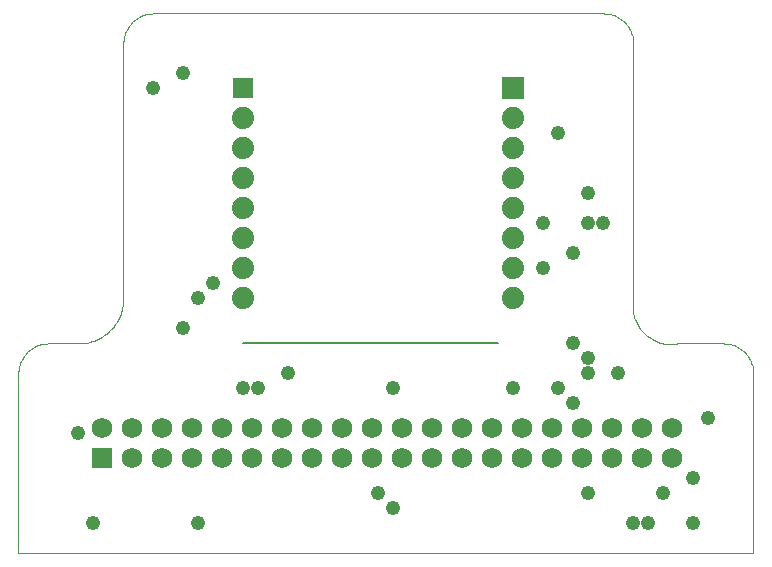
<source format=gts>
G75*
%MOIN*%
%OFA0B0*%
%FSLAX24Y24*%
%IPPOS*%
%LPD*%
%AMOC8*
5,1,8,0,0,1.08239X$1,22.5*
%
%ADD10C,0.0000*%
%ADD11R,0.0680X0.0680*%
%ADD12C,0.0680*%
%ADD13C,0.0740*%
%ADD14R,0.0740X0.0740*%
%ADD15C,0.0050*%
%ADD16C,0.0480*%
D10*
X000500Y000100D02*
X000500Y006100D01*
X000502Y006160D01*
X000507Y006221D01*
X000516Y006280D01*
X000529Y006339D01*
X000545Y006398D01*
X000565Y006455D01*
X000588Y006510D01*
X000615Y006565D01*
X000644Y006617D01*
X000677Y006668D01*
X000713Y006717D01*
X000751Y006763D01*
X000793Y006807D01*
X000837Y006849D01*
X000883Y006887D01*
X000932Y006923D01*
X000983Y006956D01*
X001035Y006985D01*
X001090Y007012D01*
X001145Y007035D01*
X001202Y007055D01*
X001261Y007071D01*
X001320Y007084D01*
X001379Y007093D01*
X001440Y007098D01*
X001500Y007100D01*
X002500Y007100D01*
X002576Y007102D01*
X002652Y007108D01*
X002727Y007117D01*
X002802Y007131D01*
X002876Y007148D01*
X002949Y007169D01*
X003021Y007193D01*
X003092Y007222D01*
X003161Y007253D01*
X003228Y007288D01*
X003293Y007327D01*
X003357Y007369D01*
X003418Y007414D01*
X003477Y007462D01*
X003533Y007513D01*
X003587Y007567D01*
X003638Y007623D01*
X003686Y007682D01*
X003731Y007743D01*
X003773Y007807D01*
X003812Y007872D01*
X003847Y007939D01*
X003878Y008008D01*
X003907Y008079D01*
X003931Y008151D01*
X003952Y008224D01*
X003969Y008298D01*
X003983Y008373D01*
X003992Y008448D01*
X003998Y008524D01*
X004000Y008600D01*
X004000Y017100D01*
X004002Y017160D01*
X004007Y017221D01*
X004016Y017280D01*
X004029Y017339D01*
X004045Y017398D01*
X004065Y017455D01*
X004088Y017510D01*
X004115Y017565D01*
X004144Y017617D01*
X004177Y017668D01*
X004213Y017717D01*
X004251Y017763D01*
X004293Y017807D01*
X004337Y017849D01*
X004383Y017887D01*
X004432Y017923D01*
X004483Y017956D01*
X004535Y017985D01*
X004590Y018012D01*
X004645Y018035D01*
X004702Y018055D01*
X004761Y018071D01*
X004820Y018084D01*
X004879Y018093D01*
X004940Y018098D01*
X005000Y018100D01*
X020000Y018100D01*
X020060Y018098D01*
X020121Y018093D01*
X020180Y018084D01*
X020239Y018071D01*
X020298Y018055D01*
X020355Y018035D01*
X020410Y018012D01*
X020465Y017985D01*
X020517Y017956D01*
X020568Y017923D01*
X020617Y017887D01*
X020663Y017849D01*
X020707Y017807D01*
X020749Y017763D01*
X020787Y017717D01*
X020823Y017668D01*
X020856Y017617D01*
X020885Y017565D01*
X020912Y017510D01*
X020935Y017455D01*
X020955Y017398D01*
X020971Y017339D01*
X020984Y017280D01*
X020993Y017221D01*
X020998Y017160D01*
X021000Y017100D01*
X021000Y008100D01*
X021015Y008033D01*
X021034Y007966D01*
X021057Y007901D01*
X021083Y007837D01*
X021112Y007775D01*
X021145Y007714D01*
X021181Y007655D01*
X021220Y007598D01*
X021263Y007543D01*
X021308Y007491D01*
X021356Y007441D01*
X021406Y007394D01*
X021459Y007350D01*
X021514Y007309D01*
X021572Y007270D01*
X021631Y007235D01*
X021692Y007203D01*
X021755Y007175D01*
X021820Y007150D01*
X021885Y007128D01*
X021952Y007110D01*
X022020Y007096D01*
X022088Y007085D01*
X022156Y007078D01*
X022225Y007075D01*
X022294Y007076D01*
X022363Y007080D01*
X022432Y007088D01*
X022500Y007100D01*
X024000Y007100D01*
X024060Y007098D01*
X024121Y007093D01*
X024180Y007084D01*
X024239Y007071D01*
X024298Y007055D01*
X024355Y007035D01*
X024410Y007012D01*
X024465Y006985D01*
X024517Y006956D01*
X024568Y006923D01*
X024617Y006887D01*
X024663Y006849D01*
X024707Y006807D01*
X024749Y006763D01*
X024787Y006717D01*
X024823Y006668D01*
X024856Y006617D01*
X024885Y006565D01*
X024912Y006510D01*
X024935Y006455D01*
X024955Y006398D01*
X024971Y006339D01*
X024984Y006280D01*
X024993Y006221D01*
X024998Y006160D01*
X025000Y006100D01*
X025000Y000100D01*
X000500Y000100D01*
D11*
X003295Y003269D03*
X008000Y015600D03*
D12*
X008290Y004270D03*
X007290Y004270D03*
X006290Y004270D03*
X005290Y004270D03*
X004290Y004270D03*
X003290Y004270D03*
X004290Y003270D03*
X005290Y003270D03*
X006290Y003270D03*
X007290Y003270D03*
X008290Y003270D03*
X009290Y003270D03*
X010290Y003270D03*
X011290Y003270D03*
X012290Y003270D03*
X013290Y003270D03*
X014290Y003270D03*
X015290Y003270D03*
X016290Y003270D03*
X017290Y003270D03*
X018290Y003270D03*
X019290Y003270D03*
X020290Y003270D03*
X021290Y003270D03*
X022290Y003270D03*
X022290Y004270D03*
X021290Y004270D03*
X020290Y004270D03*
X019290Y004270D03*
X018290Y004270D03*
X017290Y004270D03*
X016290Y004270D03*
X015290Y004270D03*
X014290Y004270D03*
X013290Y004270D03*
X012290Y004270D03*
X011290Y004270D03*
X010290Y004270D03*
X009290Y004270D03*
D13*
X008000Y008600D03*
X008000Y009600D03*
X008000Y010600D03*
X008000Y011600D03*
X008000Y012600D03*
X008000Y013600D03*
X008000Y014600D03*
X017000Y014600D03*
X017000Y013600D03*
X017000Y012600D03*
X017000Y011600D03*
X017000Y010600D03*
X017000Y009600D03*
X017000Y008600D03*
D14*
X017000Y015600D03*
D15*
X016500Y007100D02*
X008000Y007100D01*
D16*
X009500Y006100D03*
X008500Y005600D03*
X008000Y005600D03*
X006000Y007600D03*
X006500Y008600D03*
X007000Y009100D03*
X013000Y005600D03*
X017000Y005600D03*
X018500Y005600D03*
X019000Y005100D03*
X019500Y006100D03*
X019500Y006600D03*
X019000Y007100D03*
X020500Y006100D03*
X023500Y004600D03*
X023000Y002600D03*
X022000Y002100D03*
X021500Y001100D03*
X021000Y001100D03*
X019500Y002100D03*
X023000Y001100D03*
X013000Y001600D03*
X012500Y002100D03*
X006500Y001100D03*
X003000Y001100D03*
X002500Y004100D03*
X018000Y009600D03*
X019000Y010100D03*
X019500Y011100D03*
X020000Y011100D03*
X019500Y012100D03*
X018000Y011100D03*
X018500Y014100D03*
X006000Y016100D03*
X005000Y015600D03*
M02*

</source>
